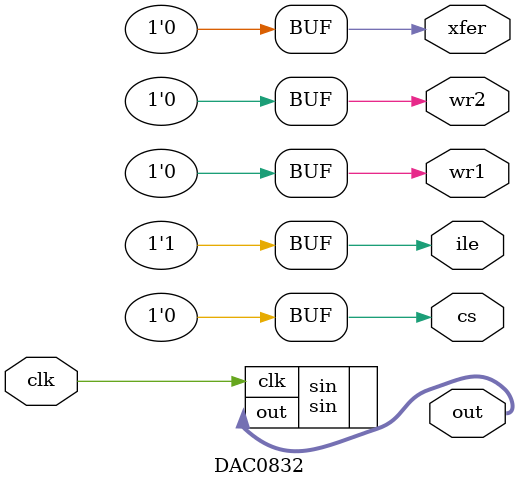
<source format=v>
`timescale 1ns / 1ps


module DAC0832(
    input clk,
    output [7:0] out,
    output reg ile,
    output reg cs,
    output reg wr1,
    output reg wr2,
    output reg xfer
    );
    
    always@(*)
        begin
            ile = 1;
            cs = 0;
            wr1 = 0;
            wr2 = 0;
            xfer = 0;
        end
        
    sin sin(
        .clk(clk),
        .out(out)
    );
    
//    sawtooth sawtooth(
//        .clk(clk),
//        .out(out)
//    );
    
//    square square(
//        .clk(clk),
//        .out(out)
//    );
    
    reg[7:0]  pout;
    
    initial begin
        ile=1;
        cs=0;
        wr1=0;
        wr2=0;
        xfer=0;
    end
    
endmodule

</source>
